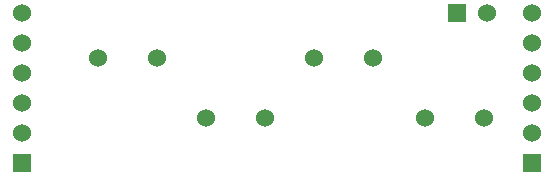
<source format=gbs>
G04 (created by PCBNEW (2013-dec-23)-stable) date Mon 21 Jul 2014 03:55:54 PM UTC*
%MOIN*%
G04 Gerber Fmt 3.4, Leading zero omitted, Abs format*
%FSLAX34Y34*%
G01*
G70*
G90*
G04 APERTURE LIST*
%ADD10C,0.00590551*%
%ADD11R,0.06X0.06*%
%ADD12C,0.06*%
G04 APERTURE END LIST*
G54D10*
G54D11*
X25100Y-16000D03*
G54D12*
X26100Y-16000D03*
X25984Y-19500D03*
X24015Y-19500D03*
X22284Y-17500D03*
X20315Y-17500D03*
X18684Y-19500D03*
X16715Y-19500D03*
G54D11*
X10600Y-21000D03*
G54D12*
X10600Y-20000D03*
X10600Y-19000D03*
X10600Y-18000D03*
X10600Y-17000D03*
X10600Y-16000D03*
G54D11*
X27600Y-21000D03*
G54D12*
X27600Y-20000D03*
X27600Y-19000D03*
X27600Y-18000D03*
X27600Y-17000D03*
X27600Y-16000D03*
X15084Y-17500D03*
X13115Y-17500D03*
M02*

</source>
